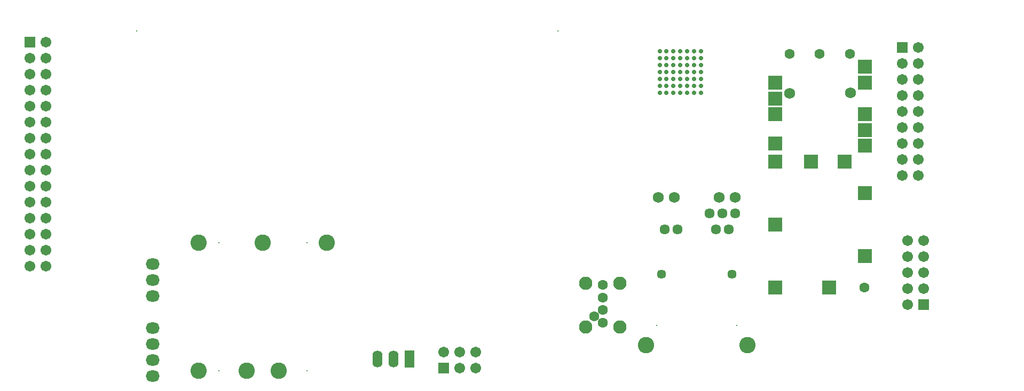
<source format=gbs>
G04 Layer_Color=16711935*
%FSAX25Y25*%
%MOIN*%
G70*
G01*
G75*
%ADD113C,0.06706*%
%ADD131R,0.06706X0.06706*%
%ADD145C,0.00800*%
%ADD146C,0.10249*%
%ADD147O,0.08674X0.07099*%
%ADD148C,0.06824*%
%ADD149C,0.06343*%
%ADD150C,0.05721*%
%ADD151O,0.06312X0.10642*%
%ADD152R,0.06312X0.10642*%
%ADD153R,0.06706X0.06706*%
%ADD154C,0.06312*%
%ADD155C,0.08280*%
%ADD156R,0.08674X0.08674*%
%ADD157C,0.06902*%
%ADD158C,0.00197*%
%ADD159C,0.02769*%
D113*
X1147890Y0321673D02*
D03*
X1137890Y0311673D02*
D03*
X1147890D02*
D03*
X1137890Y0301673D02*
D03*
X1147890D02*
D03*
X1137890Y0291673D02*
D03*
X1147890D02*
D03*
X1137890Y0281673D02*
D03*
X1147890D02*
D03*
X1137890Y0271673D02*
D03*
X1147890D02*
D03*
X1137890Y0261673D02*
D03*
X1147890D02*
D03*
X1137890Y0251673D02*
D03*
X1147890D02*
D03*
X1137890Y0241673D02*
D03*
X1147890D02*
D03*
X1151498Y0171295D02*
D03*
Y0181295D02*
D03*
Y0191295D02*
D03*
Y0201295D02*
D03*
X1141498Y0161295D02*
D03*
Y0171295D02*
D03*
Y0181295D02*
D03*
Y0191295D02*
D03*
Y0201295D02*
D03*
X0603248Y0195295D02*
D03*
X0593248D02*
D03*
X0603248Y0325295D02*
D03*
X0593248Y0315295D02*
D03*
X0603248D02*
D03*
X0593248Y0305295D02*
D03*
X0603248D02*
D03*
X0593248Y0295295D02*
D03*
X0603248D02*
D03*
X0593248Y0285295D02*
D03*
X0603248D02*
D03*
X0593248Y0275295D02*
D03*
X0603248D02*
D03*
X0593248Y0265295D02*
D03*
X0603248D02*
D03*
X0593248Y0255295D02*
D03*
X0603248D02*
D03*
X0593248Y0245295D02*
D03*
X0603248D02*
D03*
X0593248Y0235295D02*
D03*
X0603248D02*
D03*
X0593248Y0225295D02*
D03*
X0603248D02*
D03*
X0593248Y0215295D02*
D03*
X0603248D02*
D03*
X0593248Y0205295D02*
D03*
X0603248D02*
D03*
X0593248Y0185295D02*
D03*
X0603248D02*
D03*
X0871748Y0131545D02*
D03*
Y0121545D02*
D03*
X0861748Y0131545D02*
D03*
Y0121545D02*
D03*
X0851748Y0131545D02*
D03*
D131*
Y0121545D02*
D03*
D145*
X0659998Y0332187D02*
D03*
X0922990D02*
D03*
X0711228Y0199795D02*
D03*
Y0119795D02*
D03*
X0766228Y0199795D02*
D03*
Y0119795D02*
D03*
X0984748Y0148295D02*
D03*
X1034748D02*
D03*
D146*
X0778748Y0199795D02*
D03*
X0698748Y0119795D02*
D03*
Y0199795D02*
D03*
X0738748D02*
D03*
X0728748Y0119795D02*
D03*
X0748748D02*
D03*
X0977996Y0135775D02*
D03*
X1041500D02*
D03*
D147*
X0669998Y0116545D02*
D03*
Y0126545D02*
D03*
Y0136545D02*
D03*
Y0146545D02*
D03*
Y0166545D02*
D03*
Y0176545D02*
D03*
Y0186545D02*
D03*
D148*
X0985752Y0228295D02*
D03*
X0995752D02*
D03*
X1023744D02*
D03*
X1033744D02*
D03*
D149*
X1017740Y0218295D02*
D03*
X1025732D02*
D03*
X1033724D02*
D03*
X0989768Y0208295D02*
D03*
X0997760D02*
D03*
X1021736D02*
D03*
X1029728D02*
D03*
D150*
X1031756Y0180264D02*
D03*
X0987740D02*
D03*
D151*
X0810248Y0127045D02*
D03*
X0820248D02*
D03*
D152*
X0830248D02*
D03*
D153*
X1137890Y0321673D02*
D03*
X1151498Y0161295D02*
D03*
X0593248Y0325295D02*
D03*
D154*
X0951039Y0165667D02*
D03*
Y0157793D02*
D03*
X0945685Y0153856D02*
D03*
X0951039Y0173541D02*
D03*
Y0149919D02*
D03*
X1067604Y0318004D02*
D03*
X1114311Y0171795D02*
D03*
X1105404Y0318004D02*
D03*
X1086502D02*
D03*
D155*
X0940331Y0174604D02*
D03*
X0961748D02*
D03*
X0940331Y0147045D02*
D03*
X0961748D02*
D03*
D156*
X1114604Y0260461D02*
D03*
X1058504Y0290004D02*
D03*
Y0250604D02*
D03*
Y0211204D02*
D03*
Y0280204D02*
D03*
Y0261704D02*
D03*
Y0171804D02*
D03*
X1080904Y0250604D02*
D03*
X1102104D02*
D03*
X1114604Y0230904D02*
D03*
Y0191504D02*
D03*
X1092304Y0171804D02*
D03*
X1114604Y0270304D02*
D03*
Y0280204D02*
D03*
Y0299804D02*
D03*
Y0309704D02*
D03*
X1058504Y0299804D02*
D03*
D157*
X1067756Y0293252D02*
D03*
X1105649Y0293449D02*
D03*
D158*
X0600248Y0345705D02*
D03*
X0997886Y0345705D02*
D03*
X1198673Y0345705D02*
D03*
Y0121295D02*
D03*
X0600248D02*
D03*
D159*
X1012490Y0293553D02*
D03*
X1008159D02*
D03*
X1003829D02*
D03*
X0999498D02*
D03*
X0995167D02*
D03*
X0990837D02*
D03*
X0986506D02*
D03*
X1012490Y0297884D02*
D03*
X1008159D02*
D03*
X1003829D02*
D03*
X0999498D02*
D03*
X0995167D02*
D03*
X0990837D02*
D03*
X0986506D02*
D03*
X1012490Y0302215D02*
D03*
X1008159D02*
D03*
X1003829D02*
D03*
X0999498D02*
D03*
X0995167D02*
D03*
X0990837D02*
D03*
X0986506D02*
D03*
X1012490Y0306545D02*
D03*
X1008159D02*
D03*
X1003829D02*
D03*
X0999498D02*
D03*
X0995167D02*
D03*
X0990837D02*
D03*
X0986506D02*
D03*
X1012490Y0310876D02*
D03*
X1008159D02*
D03*
X1003829D02*
D03*
X0999498D02*
D03*
X0995167D02*
D03*
X0990837D02*
D03*
X0986506D02*
D03*
X1012490Y0315207D02*
D03*
X1008159D02*
D03*
X1003829D02*
D03*
X0999498D02*
D03*
X0995167D02*
D03*
X0990837D02*
D03*
X0986506D02*
D03*
X1012490Y0319537D02*
D03*
X1008159D02*
D03*
X1003829D02*
D03*
X0999498D02*
D03*
X0995167D02*
D03*
X0990837D02*
D03*
X0986506D02*
D03*
M02*

</source>
